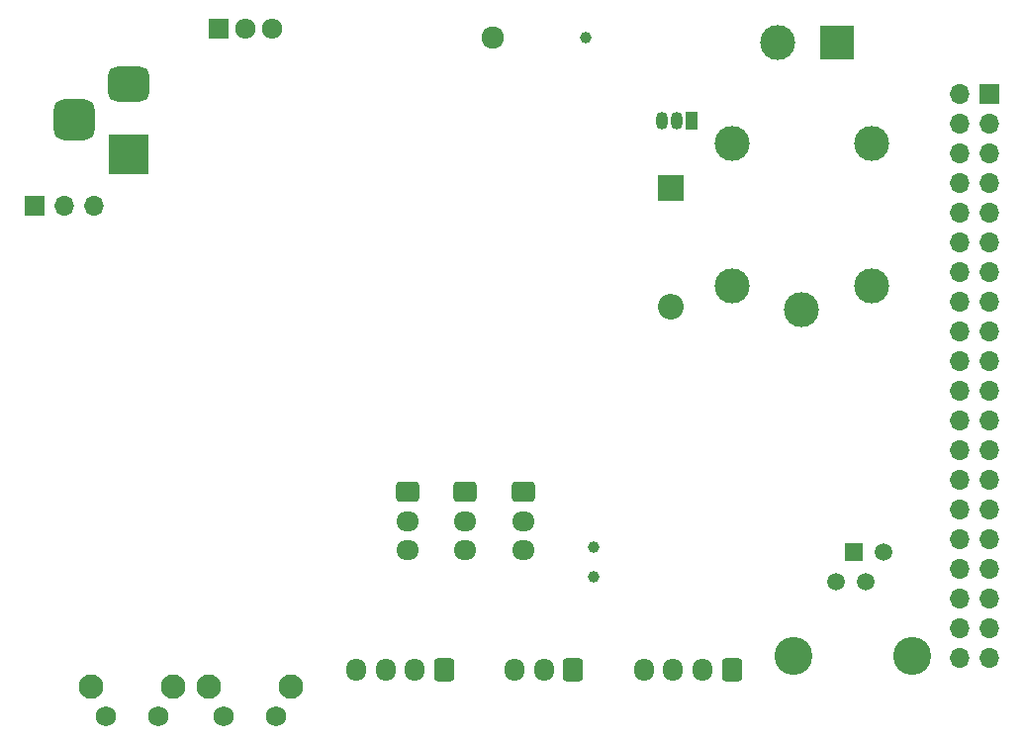
<source format=gbr>
%TF.GenerationSoftware,KiCad,Pcbnew,(6.0.2)*%
%TF.CreationDate,2022-06-23T10:44:52-05:00*%
%TF.ProjectId,ESP32,45535033-322e-46b6-9963-61645f706362,rev?*%
%TF.SameCoordinates,Original*%
%TF.FileFunction,Soldermask,Bot*%
%TF.FilePolarity,Negative*%
%FSLAX46Y46*%
G04 Gerber Fmt 4.6, Leading zero omitted, Abs format (unit mm)*
G04 Created by KiCad (PCBNEW (6.0.2)) date 2022-06-23 10:44:52*
%MOMM*%
%LPD*%
G01*
G04 APERTURE LIST*
G04 Aperture macros list*
%AMRoundRect*
0 Rectangle with rounded corners*
0 $1 Rounding radius*
0 $2 $3 $4 $5 $6 $7 $8 $9 X,Y pos of 4 corners*
0 Add a 4 corners polygon primitive as box body*
4,1,4,$2,$3,$4,$5,$6,$7,$8,$9,$2,$3,0*
0 Add four circle primitives for the rounded corners*
1,1,$1+$1,$2,$3*
1,1,$1+$1,$4,$5*
1,1,$1+$1,$6,$7*
1,1,$1+$1,$8,$9*
0 Add four rect primitives between the rounded corners*
20,1,$1+$1,$2,$3,$4,$5,0*
20,1,$1+$1,$4,$5,$6,$7,0*
20,1,$1+$1,$6,$7,$8,$9,0*
20,1,$1+$1,$8,$9,$2,$3,0*%
G04 Aperture macros list end*
%ADD10RoundRect,0.250000X0.600000X0.725000X-0.600000X0.725000X-0.600000X-0.725000X0.600000X-0.725000X0*%
%ADD11O,1.700000X1.950000*%
%ADD12R,3.500000X3.500000*%
%ADD13RoundRect,0.750000X-1.000000X0.750000X-1.000000X-0.750000X1.000000X-0.750000X1.000000X0.750000X0*%
%ADD14RoundRect,0.875000X-0.875000X0.875000X-0.875000X-0.875000X0.875000X-0.875000X0.875000X0.875000X0*%
%ADD15R,3.000000X3.000000*%
%ADD16C,3.000000*%
%ADD17RoundRect,0.250000X-0.725000X0.600000X-0.725000X-0.600000X0.725000X-0.600000X0.725000X0.600000X0*%
%ADD18O,1.950000X1.700000*%
%ADD19R,1.050000X1.500000*%
%ADD20O,1.050000X1.500000*%
%ADD21R,1.717500X1.800000*%
%ADD22O,1.717500X1.800000*%
%ADD23R,1.700000X1.700000*%
%ADD24O,1.700000X1.700000*%
%ADD25C,1.923500*%
%ADD26C,1.000000*%
%ADD27C,2.100000*%
%ADD28C,1.750000*%
%ADD29R,2.200000X2.200000*%
%ADD30O,2.200000X2.200000*%
%ADD31C,3.250000*%
%ADD32R,1.520000X1.520000*%
%ADD33C,1.520000*%
G04 APERTURE END LIST*
D10*
%TO.C,J3*%
X79050000Y-79000000D03*
D11*
X76550000Y-79000000D03*
X74050000Y-79000000D03*
%TD*%
D12*
%TO.C,J1*%
X41007500Y-34950000D03*
D13*
X41007500Y-28950000D03*
D14*
X36307500Y-31950000D03*
%TD*%
D15*
%TO.C,J12*%
X101640000Y-25350000D03*
D16*
X96560000Y-25350000D03*
%TD*%
D17*
%TO.C,J10*%
X74750000Y-63800000D03*
D18*
X74750000Y-66300000D03*
X74750000Y-68800000D03*
%TD*%
D19*
%TO.C,Q1*%
X89200000Y-32050000D03*
D20*
X87930000Y-32050000D03*
X86660000Y-32050000D03*
%TD*%
D17*
%TO.C,J5*%
X64850000Y-63800000D03*
D18*
X64850000Y-66300000D03*
X64850000Y-68800000D03*
%TD*%
D10*
%TO.C,J4*%
X68000000Y-79000000D03*
D11*
X65500000Y-79000000D03*
X63000000Y-79000000D03*
X60500000Y-79000000D03*
%TD*%
D10*
%TO.C,J2*%
X92600000Y-79000000D03*
D11*
X90100000Y-79000000D03*
X87600000Y-79000000D03*
X85100000Y-79000000D03*
%TD*%
D21*
%TO.C,U3*%
X48710000Y-24150000D03*
D22*
X51000000Y-24150000D03*
X53290000Y-24150000D03*
%TD*%
D23*
%TO.C,J11*%
X32925000Y-39350000D03*
D24*
X35465000Y-39350000D03*
X38005000Y-39350000D03*
%TD*%
D25*
%TO.C,J8*%
X72150000Y-24975000D03*
D26*
X80150000Y-24975000D03*
%TD*%
D27*
%TO.C,CFG1*%
X54850000Y-80510000D03*
X47840000Y-80510000D03*
D28*
X53600000Y-83000000D03*
X49100000Y-83000000D03*
%TD*%
D26*
%TO.C,Y1*%
X80750000Y-71100000D03*
X80750000Y-68560000D03*
%TD*%
D29*
%TO.C,D4*%
X87350000Y-37820000D03*
D30*
X87350000Y-47980000D03*
%TD*%
D31*
%TO.C,J9*%
X97920001Y-77869999D03*
X108080001Y-77869999D03*
D32*
X103020001Y-68979999D03*
D33*
X101530001Y-71519999D03*
X105560001Y-68979999D03*
X104070001Y-71519999D03*
%TD*%
D17*
%TO.C,J6*%
X69800000Y-63800000D03*
D18*
X69800000Y-66300000D03*
X69800000Y-68800000D03*
%TD*%
D27*
%TO.C,RST1*%
X37790000Y-80510000D03*
X44800000Y-80510000D03*
D28*
X43550000Y-83000000D03*
X39050000Y-83000000D03*
%TD*%
D16*
%TO.C,K1*%
X98600000Y-48200000D03*
X92600000Y-34000000D03*
X104600000Y-34000000D03*
X104600000Y-46200000D03*
X92600000Y-46200000D03*
%TD*%
D23*
%TO.C,J7*%
X114675000Y-29775000D03*
D24*
X112135000Y-29775000D03*
X114675000Y-32315000D03*
X112135000Y-32315000D03*
X114675000Y-34855000D03*
X112135000Y-34855000D03*
X114675000Y-37395000D03*
X112135000Y-37395000D03*
X114675000Y-39935000D03*
X112135000Y-39935000D03*
X114675000Y-42475000D03*
X112135000Y-42475000D03*
X114675000Y-45015000D03*
X112135000Y-45015000D03*
X114675000Y-47555000D03*
X112135000Y-47555000D03*
X114675000Y-50095000D03*
X112135000Y-50095000D03*
X114675000Y-52635000D03*
X112135000Y-52635000D03*
X114675000Y-55175000D03*
X112135000Y-55175000D03*
X114675000Y-57715000D03*
X112135000Y-57715000D03*
X114675000Y-60255000D03*
X112135000Y-60255000D03*
X114675000Y-62795000D03*
X112135000Y-62795000D03*
X114675000Y-65335000D03*
X112135000Y-65335000D03*
X114675000Y-67875000D03*
X112135000Y-67875000D03*
X114675000Y-70415000D03*
X112135000Y-70415000D03*
X114675000Y-72955000D03*
X112135000Y-72955000D03*
X114675000Y-75495000D03*
X112135000Y-75495000D03*
X114675000Y-78035000D03*
X112135000Y-78035000D03*
%TD*%
M02*

</source>
